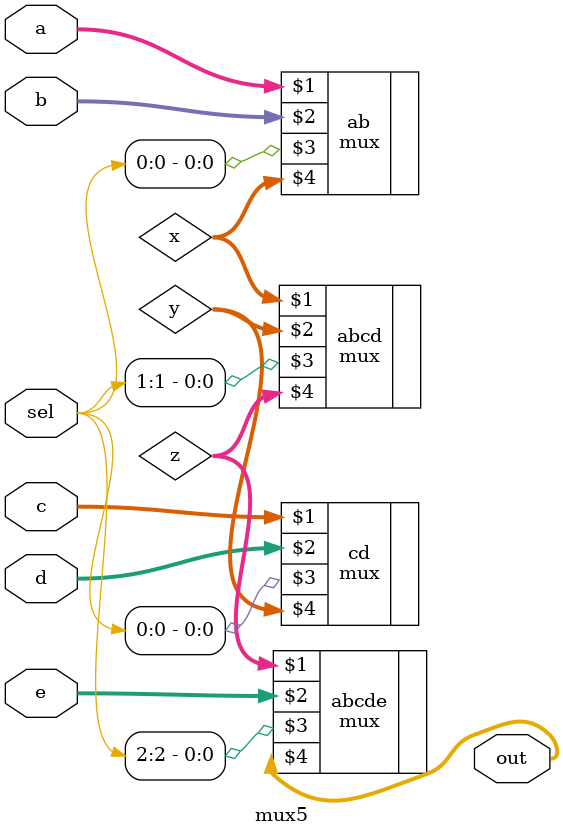
<source format=v>
module mux5 (
    input wire [31:0] a,b,c,d,e,
    input wire [2:0] sel,
    output wire [31:0] out
);

wire [31:0] x,y,z;

mux #(32) ab(a,b,sel[0],x);
mux #(32) cd(c,d,sel[0],y);
mux #(32) abcd(x,y,sel[1],z);
mux #(32) abcde(z,e,sel[2],out);

endmodule
</source>
